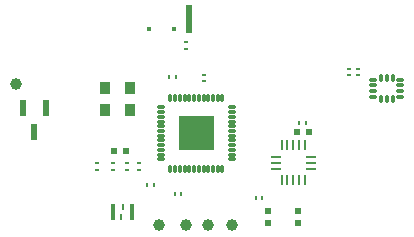
<source format=gtp>
G04*
G04 #@! TF.GenerationSoftware,Altium Limited,Altium Designer,19.1.5 (86)*
G04*
G04 Layer_Color=8421504*
%FSLAX25Y25*%
%MOIN*%
G70*
G01*
G75*
%ADD17R,0.00984X0.01378*%
%ADD18R,0.01968X0.01968*%
%ADD19R,0.01378X0.00984*%
G04:AMPARAMS|DCode=20|XSize=24.02mil|YSize=13.78mil|CornerRadius=3.45mil|HoleSize=0mil|Usage=FLASHONLY|Rotation=180.000|XOffset=0mil|YOffset=0mil|HoleType=Round|Shape=RoundedRectangle|*
%AMROUNDEDRECTD20*
21,1,0.02402,0.00689,0,0,180.0*
21,1,0.01713,0.01378,0,0,180.0*
1,1,0.00689,-0.00856,0.00345*
1,1,0.00689,0.00856,0.00345*
1,1,0.00689,0.00856,-0.00345*
1,1,0.00689,-0.00856,-0.00345*
%
%ADD20ROUNDEDRECTD20*%
G04:AMPARAMS|DCode=21|XSize=24.02mil|YSize=13.78mil|CornerRadius=3.45mil|HoleSize=0mil|Usage=FLASHONLY|Rotation=270.000|XOffset=0mil|YOffset=0mil|HoleType=Round|Shape=RoundedRectangle|*
%AMROUNDEDRECTD21*
21,1,0.02402,0.00689,0,0,270.0*
21,1,0.01713,0.01378,0,0,270.0*
1,1,0.00689,-0.00345,-0.00856*
1,1,0.00689,-0.00345,0.00856*
1,1,0.00689,0.00345,0.00856*
1,1,0.00689,0.00345,-0.00856*
%
%ADD21ROUNDEDRECTD21*%
%ADD22R,0.01063X0.03268*%
%ADD23R,0.03268X0.01063*%
%ADD24C,0.03937*%
%ADD25R,0.02200X0.05200*%
%ADD26R,0.01968X0.01968*%
%ADD27R,0.01575X0.05512*%
%ADD28R,0.00787X0.01968*%
%ADD29R,0.03543X0.03937*%
%ADD30O,0.01181X0.03150*%
%ADD31O,0.03150X0.01181*%
%ADD32R,0.01575X0.01575*%
G36*
X64134Y68504D02*
X62323D01*
X62323Y77666D01*
X64134D01*
X64134Y68504D01*
D02*
G37*
G36*
X71461Y29326D02*
X60039D01*
Y40748D01*
X71461D01*
Y29326D01*
D02*
G37*
D17*
X100000Y38583D02*
D03*
X102165D02*
D03*
X60630Y14961D02*
D03*
X58465D02*
D03*
X87598Y13386D02*
D03*
X85433D02*
D03*
X51575Y17717D02*
D03*
X49409D02*
D03*
X56693Y53937D02*
D03*
X58858D02*
D03*
D18*
X103150Y35433D02*
D03*
X99213D02*
D03*
X42126Y29134D02*
D03*
X38189D02*
D03*
D19*
X116535Y56496D02*
D03*
Y54331D02*
D03*
X119685D02*
D03*
Y56496D02*
D03*
X68110Y52362D02*
D03*
Y54527D02*
D03*
X62205Y65354D02*
D03*
Y63189D02*
D03*
X32677Y25000D02*
D03*
Y22835D02*
D03*
X37795Y25000D02*
D03*
Y22835D02*
D03*
X42520Y25000D02*
D03*
Y22835D02*
D03*
X46457Y25000D02*
D03*
Y22835D02*
D03*
D20*
X133701Y47047D02*
D03*
Y49016D02*
D03*
Y50984D02*
D03*
Y52953D02*
D03*
X124567D02*
D03*
Y50984D02*
D03*
Y49016D02*
D03*
Y47047D02*
D03*
D21*
X131102Y53583D02*
D03*
X129134D02*
D03*
X127165D02*
D03*
Y46417D02*
D03*
X129134D02*
D03*
X131102D02*
D03*
D22*
X101969Y19410D02*
D03*
X100000D02*
D03*
X98032D02*
D03*
X96063D02*
D03*
X94095D02*
D03*
X101969Y30984D02*
D03*
X100000D02*
D03*
X98032D02*
D03*
X96063D02*
D03*
X94095D02*
D03*
D23*
X103819Y23228D02*
D03*
Y25197D02*
D03*
Y27165D02*
D03*
X92244Y23228D02*
D03*
Y25197D02*
D03*
Y27165D02*
D03*
D24*
X5512Y51575D02*
D03*
X53150Y4331D02*
D03*
X77559D02*
D03*
X69685D02*
D03*
X62205D02*
D03*
D25*
X15524Y43602D02*
D03*
X7924D02*
D03*
X11724Y35602D02*
D03*
D26*
X99544Y9050D02*
D03*
Y5113D02*
D03*
X89707Y5299D02*
D03*
Y9236D02*
D03*
D27*
X37795Y8858D02*
D03*
X44094D02*
D03*
D28*
X41339Y10630D02*
D03*
X40551Y7087D02*
D03*
D29*
X35248Y50252D02*
D03*
X43516D02*
D03*
Y42772D02*
D03*
X35248D02*
D03*
D30*
X57087Y23228D02*
D03*
X58661D02*
D03*
X60236D02*
D03*
X61811D02*
D03*
X63386D02*
D03*
X64961D02*
D03*
X66535D02*
D03*
X68110D02*
D03*
X69685D02*
D03*
X71260D02*
D03*
X72835D02*
D03*
X74410D02*
D03*
Y46850D02*
D03*
X72835D02*
D03*
X71260D02*
D03*
X69685D02*
D03*
X68110D02*
D03*
X66535D02*
D03*
X64961D02*
D03*
X63386D02*
D03*
X61811D02*
D03*
X60236D02*
D03*
X58661D02*
D03*
X57087D02*
D03*
D31*
X77559Y26378D02*
D03*
Y27953D02*
D03*
Y29528D02*
D03*
Y31102D02*
D03*
Y32677D02*
D03*
Y34252D02*
D03*
Y35827D02*
D03*
Y37402D02*
D03*
Y38976D02*
D03*
Y40551D02*
D03*
Y42126D02*
D03*
Y43701D02*
D03*
X53937D02*
D03*
Y42126D02*
D03*
Y40551D02*
D03*
Y38976D02*
D03*
Y37402D02*
D03*
Y35827D02*
D03*
Y34252D02*
D03*
Y32677D02*
D03*
Y31102D02*
D03*
Y29528D02*
D03*
Y27953D02*
D03*
Y26378D02*
D03*
D32*
X58268Y69685D02*
D03*
X63189Y69331D02*
D03*
X50000Y69685D02*
D03*
M02*

</source>
